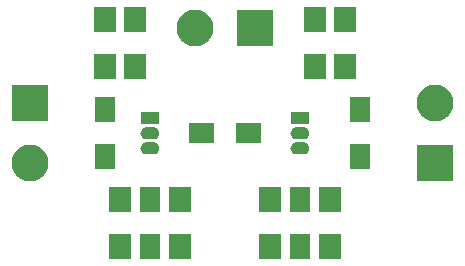
<source format=gbr>
G04 #@! TF.GenerationSoftware,KiCad,Pcbnew,(5.0.1)-4*
G04 #@! TF.CreationDate,2020-12-08T12:23:40+02:00*
G04 #@! TF.ProjectId,Single_transistor_AMP,53696E676C655F7472616E736973746F,1.0*
G04 #@! TF.SameCoordinates,Original*
G04 #@! TF.FileFunction,Soldermask,Top*
G04 #@! TF.FilePolarity,Negative*
%FSLAX46Y46*%
G04 Gerber Fmt 4.6, Leading zero omitted, Abs format (unit mm)*
G04 Created by KiCad (PCBNEW (5.0.1)-4) date 2020.12.08. 12:23:40*
%MOMM*%
%LPD*%
G01*
G04 APERTURE LIST*
%ADD10C,0.100000*%
G04 APERTURE END LIST*
D10*
G36*
X119011000Y-72901000D02*
X117209000Y-72901000D01*
X117209000Y-70799000D01*
X119011000Y-70799000D01*
X119011000Y-72901000D01*
X119011000Y-72901000D01*
G37*
G36*
X116421000Y-72901000D02*
X114719000Y-72901000D01*
X114719000Y-70799000D01*
X116421000Y-70799000D01*
X116421000Y-72901000D01*
X116421000Y-72901000D01*
G37*
G36*
X103721000Y-72901000D02*
X102019000Y-72901000D01*
X102019000Y-70799000D01*
X103721000Y-70799000D01*
X103721000Y-72901000D01*
X103721000Y-72901000D01*
G37*
G36*
X101231000Y-72901000D02*
X99429000Y-72901000D01*
X99429000Y-70799000D01*
X101231000Y-70799000D01*
X101231000Y-72901000D01*
X101231000Y-72901000D01*
G37*
G36*
X106311000Y-72901000D02*
X104509000Y-72901000D01*
X104509000Y-70799000D01*
X106311000Y-70799000D01*
X106311000Y-72901000D01*
X106311000Y-72901000D01*
G37*
G36*
X113931000Y-72901000D02*
X112129000Y-72901000D01*
X112129000Y-70799000D01*
X113931000Y-70799000D01*
X113931000Y-72901000D01*
X113931000Y-72901000D01*
G37*
G36*
X103721000Y-68901000D02*
X102019000Y-68901000D01*
X102019000Y-66799000D01*
X103721000Y-66799000D01*
X103721000Y-68901000D01*
X103721000Y-68901000D01*
G37*
G36*
X119011000Y-68901000D02*
X117209000Y-68901000D01*
X117209000Y-66799000D01*
X119011000Y-66799000D01*
X119011000Y-68901000D01*
X119011000Y-68901000D01*
G37*
G36*
X113931000Y-68901000D02*
X112129000Y-68901000D01*
X112129000Y-66799000D01*
X113931000Y-66799000D01*
X113931000Y-68901000D01*
X113931000Y-68901000D01*
G37*
G36*
X106311000Y-68901000D02*
X104509000Y-68901000D01*
X104509000Y-66799000D01*
X106311000Y-66799000D01*
X106311000Y-68901000D01*
X106311000Y-68901000D01*
G37*
G36*
X101231000Y-68901000D02*
X99429000Y-68901000D01*
X99429000Y-66799000D01*
X101231000Y-66799000D01*
X101231000Y-68901000D01*
X101231000Y-68901000D01*
G37*
G36*
X116421000Y-68901000D02*
X114719000Y-68901000D01*
X114719000Y-66799000D01*
X116421000Y-66799000D01*
X116421000Y-68901000D01*
X116421000Y-68901000D01*
G37*
G36*
X128551000Y-66321000D02*
X125449000Y-66321000D01*
X125449000Y-63219000D01*
X128551000Y-63219000D01*
X128551000Y-66321000D01*
X128551000Y-66321000D01*
G37*
G36*
X93062527Y-63258736D02*
X93162410Y-63278604D01*
X93444674Y-63395521D01*
X93698705Y-63565259D01*
X93914741Y-63781295D01*
X94084479Y-64035326D01*
X94201396Y-64317590D01*
X94261000Y-64617240D01*
X94261000Y-64922760D01*
X94201396Y-65222410D01*
X94084479Y-65504674D01*
X93914741Y-65758705D01*
X93698705Y-65974741D01*
X93444674Y-66144479D01*
X93162410Y-66261396D01*
X93062527Y-66281264D01*
X92862762Y-66321000D01*
X92557238Y-66321000D01*
X92357473Y-66281264D01*
X92257590Y-66261396D01*
X91975326Y-66144479D01*
X91721295Y-65974741D01*
X91505259Y-65758705D01*
X91335521Y-65504674D01*
X91218604Y-65222410D01*
X91159000Y-64922760D01*
X91159000Y-64617240D01*
X91218604Y-64317590D01*
X91335521Y-64035326D01*
X91505259Y-63781295D01*
X91721295Y-63565259D01*
X91975326Y-63395521D01*
X92257590Y-63278604D01*
X92357473Y-63258736D01*
X92557238Y-63219000D01*
X92862762Y-63219000D01*
X93062527Y-63258736D01*
X93062527Y-63258736D01*
G37*
G36*
X99911000Y-65281000D02*
X98209000Y-65281000D01*
X98209000Y-63179000D01*
X99911000Y-63179000D01*
X99911000Y-65281000D01*
X99911000Y-65281000D01*
G37*
G36*
X121501000Y-65281000D02*
X119799000Y-65281000D01*
X119799000Y-63179000D01*
X121501000Y-63179000D01*
X121501000Y-65281000D01*
X121501000Y-65281000D01*
G37*
G36*
X103268213Y-63006249D02*
X103362652Y-63034897D01*
X103449687Y-63081418D01*
X103525975Y-63144025D01*
X103588582Y-63220313D01*
X103635103Y-63307348D01*
X103663751Y-63401787D01*
X103673424Y-63500000D01*
X103663751Y-63598213D01*
X103635103Y-63692652D01*
X103588582Y-63779687D01*
X103525975Y-63855975D01*
X103449687Y-63918582D01*
X103362652Y-63965103D01*
X103268213Y-63993751D01*
X103194612Y-64001000D01*
X102545388Y-64001000D01*
X102471787Y-63993751D01*
X102377348Y-63965103D01*
X102290313Y-63918582D01*
X102214025Y-63855975D01*
X102151418Y-63779687D01*
X102104897Y-63692652D01*
X102076249Y-63598213D01*
X102066576Y-63500000D01*
X102076249Y-63401787D01*
X102104897Y-63307348D01*
X102151418Y-63220313D01*
X102214025Y-63144025D01*
X102290313Y-63081418D01*
X102377348Y-63034897D01*
X102471787Y-63006249D01*
X102545388Y-62999000D01*
X103194612Y-62999000D01*
X103268213Y-63006249D01*
X103268213Y-63006249D01*
G37*
G36*
X115968213Y-63006249D02*
X116062652Y-63034897D01*
X116149687Y-63081418D01*
X116225975Y-63144025D01*
X116288582Y-63220313D01*
X116335103Y-63307348D01*
X116363751Y-63401787D01*
X116373424Y-63500000D01*
X116363751Y-63598213D01*
X116335103Y-63692652D01*
X116288582Y-63779687D01*
X116225975Y-63855975D01*
X116149687Y-63918582D01*
X116062652Y-63965103D01*
X115968213Y-63993751D01*
X115894612Y-64001000D01*
X115245388Y-64001000D01*
X115171787Y-63993751D01*
X115077348Y-63965103D01*
X114990313Y-63918582D01*
X114914025Y-63855975D01*
X114851418Y-63779687D01*
X114804897Y-63692652D01*
X114776249Y-63598213D01*
X114766576Y-63500000D01*
X114776249Y-63401787D01*
X114804897Y-63307348D01*
X114851418Y-63220313D01*
X114914025Y-63144025D01*
X114990313Y-63081418D01*
X115077348Y-63034897D01*
X115171787Y-63006249D01*
X115245388Y-62999000D01*
X115894612Y-62999000D01*
X115968213Y-63006249D01*
X115968213Y-63006249D01*
G37*
G36*
X108271000Y-63081000D02*
X106169000Y-63081000D01*
X106169000Y-61379000D01*
X108271000Y-61379000D01*
X108271000Y-63081000D01*
X108271000Y-63081000D01*
G37*
G36*
X112271000Y-63081000D02*
X110169000Y-63081000D01*
X110169000Y-61379000D01*
X112271000Y-61379000D01*
X112271000Y-63081000D01*
X112271000Y-63081000D01*
G37*
G36*
X103268213Y-61736249D02*
X103362652Y-61764897D01*
X103449687Y-61811418D01*
X103525975Y-61874025D01*
X103588582Y-61950313D01*
X103635103Y-62037348D01*
X103663751Y-62131787D01*
X103673424Y-62230000D01*
X103663751Y-62328213D01*
X103635103Y-62422652D01*
X103588582Y-62509687D01*
X103525975Y-62585975D01*
X103449687Y-62648582D01*
X103362652Y-62695103D01*
X103268213Y-62723751D01*
X103194612Y-62731000D01*
X102545388Y-62731000D01*
X102471787Y-62723751D01*
X102377348Y-62695103D01*
X102290313Y-62648582D01*
X102214025Y-62585975D01*
X102151418Y-62509687D01*
X102104897Y-62422652D01*
X102076249Y-62328213D01*
X102066576Y-62230000D01*
X102076249Y-62131787D01*
X102104897Y-62037348D01*
X102151418Y-61950313D01*
X102214025Y-61874025D01*
X102290313Y-61811418D01*
X102377348Y-61764897D01*
X102471787Y-61736249D01*
X102545388Y-61729000D01*
X103194612Y-61729000D01*
X103268213Y-61736249D01*
X103268213Y-61736249D01*
G37*
G36*
X115968213Y-61736249D02*
X116062652Y-61764897D01*
X116149687Y-61811418D01*
X116225975Y-61874025D01*
X116288582Y-61950313D01*
X116335103Y-62037348D01*
X116363751Y-62131787D01*
X116373424Y-62230000D01*
X116363751Y-62328213D01*
X116335103Y-62422652D01*
X116288582Y-62509687D01*
X116225975Y-62585975D01*
X116149687Y-62648582D01*
X116062652Y-62695103D01*
X115968213Y-62723751D01*
X115894612Y-62731000D01*
X115245388Y-62731000D01*
X115171787Y-62723751D01*
X115077348Y-62695103D01*
X114990313Y-62648582D01*
X114914025Y-62585975D01*
X114851418Y-62509687D01*
X114804897Y-62422652D01*
X114776249Y-62328213D01*
X114766576Y-62230000D01*
X114776249Y-62131787D01*
X114804897Y-62037348D01*
X114851418Y-61950313D01*
X114914025Y-61874025D01*
X114990313Y-61811418D01*
X115077348Y-61764897D01*
X115171787Y-61736249D01*
X115245388Y-61729000D01*
X115894612Y-61729000D01*
X115968213Y-61736249D01*
X115968213Y-61736249D01*
G37*
G36*
X116371000Y-61461000D02*
X114769000Y-61461000D01*
X114769000Y-60459000D01*
X116371000Y-60459000D01*
X116371000Y-61461000D01*
X116371000Y-61461000D01*
G37*
G36*
X103671000Y-61461000D02*
X102069000Y-61461000D01*
X102069000Y-60459000D01*
X103671000Y-60459000D01*
X103671000Y-61461000D01*
X103671000Y-61461000D01*
G37*
G36*
X121501000Y-61281000D02*
X119799000Y-61281000D01*
X119799000Y-59179000D01*
X121501000Y-59179000D01*
X121501000Y-61281000D01*
X121501000Y-61281000D01*
G37*
G36*
X99911000Y-61281000D02*
X98209000Y-61281000D01*
X98209000Y-59179000D01*
X99911000Y-59179000D01*
X99911000Y-61281000D01*
X99911000Y-61281000D01*
G37*
G36*
X94261000Y-61241000D02*
X91159000Y-61241000D01*
X91159000Y-58139000D01*
X94261000Y-58139000D01*
X94261000Y-61241000D01*
X94261000Y-61241000D01*
G37*
G36*
X127352527Y-58178736D02*
X127452410Y-58198604D01*
X127734674Y-58315521D01*
X127988705Y-58485259D01*
X128204741Y-58701295D01*
X128374479Y-58955326D01*
X128491396Y-59237590D01*
X128551000Y-59537240D01*
X128551000Y-59842760D01*
X128491396Y-60142410D01*
X128374479Y-60424674D01*
X128204741Y-60678705D01*
X127988705Y-60894741D01*
X127734674Y-61064479D01*
X127452410Y-61181396D01*
X127352527Y-61201264D01*
X127152762Y-61241000D01*
X126847238Y-61241000D01*
X126647473Y-61201264D01*
X126547590Y-61181396D01*
X126265326Y-61064479D01*
X126011295Y-60894741D01*
X125795259Y-60678705D01*
X125625521Y-60424674D01*
X125508604Y-60142410D01*
X125449000Y-59842760D01*
X125449000Y-59537240D01*
X125508604Y-59237590D01*
X125625521Y-58955326D01*
X125795259Y-58701295D01*
X126011295Y-58485259D01*
X126265326Y-58315521D01*
X126547590Y-58198604D01*
X126647473Y-58178736D01*
X126847238Y-58139000D01*
X127152762Y-58139000D01*
X127352527Y-58178736D01*
X127352527Y-58178736D01*
G37*
G36*
X120281000Y-57661000D02*
X118479000Y-57661000D01*
X118479000Y-55559000D01*
X120281000Y-55559000D01*
X120281000Y-57661000D01*
X120281000Y-57661000D01*
G37*
G36*
X99961000Y-57661000D02*
X98159000Y-57661000D01*
X98159000Y-55559000D01*
X99961000Y-55559000D01*
X99961000Y-57661000D01*
X99961000Y-57661000D01*
G37*
G36*
X102501000Y-57661000D02*
X100699000Y-57661000D01*
X100699000Y-55559000D01*
X102501000Y-55559000D01*
X102501000Y-57661000D01*
X102501000Y-57661000D01*
G37*
G36*
X117741000Y-57661000D02*
X115939000Y-57661000D01*
X115939000Y-55559000D01*
X117741000Y-55559000D01*
X117741000Y-57661000D01*
X117741000Y-57661000D01*
G37*
G36*
X107032527Y-51828736D02*
X107132410Y-51848604D01*
X107414674Y-51965521D01*
X107668705Y-52135259D01*
X107884741Y-52351295D01*
X108054479Y-52605326D01*
X108171396Y-52887590D01*
X108231000Y-53187240D01*
X108231000Y-53492760D01*
X108171396Y-53792410D01*
X108054479Y-54074674D01*
X107884741Y-54328705D01*
X107668705Y-54544741D01*
X107414674Y-54714479D01*
X107132410Y-54831396D01*
X107032527Y-54851264D01*
X106832762Y-54891000D01*
X106527238Y-54891000D01*
X106327473Y-54851264D01*
X106227590Y-54831396D01*
X105945326Y-54714479D01*
X105691295Y-54544741D01*
X105475259Y-54328705D01*
X105305521Y-54074674D01*
X105188604Y-53792410D01*
X105129000Y-53492760D01*
X105129000Y-53187240D01*
X105188604Y-52887590D01*
X105305521Y-52605326D01*
X105475259Y-52351295D01*
X105691295Y-52135259D01*
X105945326Y-51965521D01*
X106227590Y-51848604D01*
X106327473Y-51828736D01*
X106527238Y-51789000D01*
X106832762Y-51789000D01*
X107032527Y-51828736D01*
X107032527Y-51828736D01*
G37*
G36*
X113311000Y-54891000D02*
X110209000Y-54891000D01*
X110209000Y-51789000D01*
X113311000Y-51789000D01*
X113311000Y-54891000D01*
X113311000Y-54891000D01*
G37*
G36*
X99961000Y-53661000D02*
X98159000Y-53661000D01*
X98159000Y-51559000D01*
X99961000Y-51559000D01*
X99961000Y-53661000D01*
X99961000Y-53661000D01*
G37*
G36*
X102501000Y-53661000D02*
X100699000Y-53661000D01*
X100699000Y-51559000D01*
X102501000Y-51559000D01*
X102501000Y-53661000D01*
X102501000Y-53661000D01*
G37*
G36*
X117741000Y-53661000D02*
X115939000Y-53661000D01*
X115939000Y-51559000D01*
X117741000Y-51559000D01*
X117741000Y-53661000D01*
X117741000Y-53661000D01*
G37*
G36*
X120281000Y-53661000D02*
X118479000Y-53661000D01*
X118479000Y-51559000D01*
X120281000Y-51559000D01*
X120281000Y-53661000D01*
X120281000Y-53661000D01*
G37*
M02*

</source>
